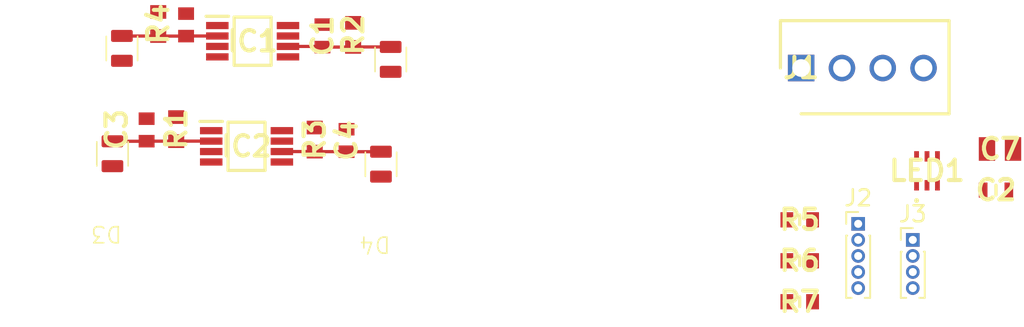
<source format=kicad_pcb>
(kicad_pcb (version 20241229) (generator "pcbnew") (generator_version "9.0")
  (layers (0 "F.Cu" signal) (2 "B.Cu" signal) (13 "F.Paste" user) (15 "B.Paste" user) (5 "F.SilkS" user "F.Silkscreen") (7 "B.SilkS" user "B.Silkscreen") (1 "F.Mask" user) (3 "B.Mask" user) (25 "Edge.Cuts" user))
  (net 0 "")
  (net 2 "Net-(D2-K)")
  (net 3 "Net-(D3-K)")
  (net 4 "Net-(D4-K)")
  (net 5 "Net-(D1-K)")
  (net 6 "/3.3V")
  (net 7 "/Out1B")
  (net 8 "/Out2A")
  (net 9 "/Out2B")
  (net 10 "/Out1A")
  (net 11 "GND")
  (net 12 "Net-(J3-Pin_1)")
  (net 13 "Net-(J3-Pin_4)")
  (net 14 "Net-(J3-Pin_3)")
  (footprint "CUSTOM_LIBRARY:SD019-141-411" (layer "F.Cu") (at 112.025 77.145 180)
    (property "Reference" "D1" (hide yes))
    (property "Value" "SD019-141-411" (hide yes))
    (fp_line (start 0.597046 5.241684) (end 0.597046 3.741684) (stroke (width 0.1)) (layer "F.SilkS"))
    (fp_line (start -1.352148 3.741684) (end -1.352148 5.241684) (stroke (width 0.1)) (layer "F.SilkS"))
    (pad "1" smd roundrect (at -0.375 3.725 180) (size 1.35 0.75) (layers "F.Cu" "F.Mask" "F.Paste" "Eco1.User") (roundrect_rratio 0.15) (net 11 "GND"))
    (pad "2" smd roundrect (at -0.374999 5.274998 180) (size 1.349998 0.749996) (layers "F.Cu" "F.Mask" "F.Paste") (roundrect_rratio 0.15) (net 5 "Net-(D1-K)"))
  )
  (footprint "CUSTOM_LIBRARY:SD019-141-411" (layer "F.Cu") (at 128.757858 77.831074 180)
    (property "Reference" "D2" (hide yes))
    (property "Value" "SD019-141-411" (hide yes))
    (fp_line (start 0.597046 5.241684) (end 0.597046 3.741684) (stroke (width 0.1)) (layer "F.SilkS"))
    (fp_line (start -1.352148 3.741684) (end -1.352148 5.241684) (stroke (width 0.1)) (layer "F.SilkS"))
    (pad "1" smd roundrect (at -0.375 3.725 180) (size 1.35 0.75) (layers "F.Cu" "F.Mask" "F.Paste" "Eco1.User") (roundrect_rratio 0.15) (net 11 "GND"))
    (pad "2" smd roundrect (at -0.374999 5.274998 180) (size 1.349998 0.749996) (layers "F.Cu" "F.Mask" "F.Paste") (roundrect_rratio 0.15) (net 2 "Net-(D2-K)"))
  )
  (footprint "CUSTOM_LIBRARY:SOP65P490X110-8N" (layer "F.Cu") (at 120.16 78.745)
    (property "Reference" "IC2" (at 0 0 0) (layer "F.SilkS") (effects (font (size 1.27 1.27) (thickness 0.254))))
    (property "Value" "MCP6002-E_MS" (hide yes))
    (fp_line (start -2.9 -1.55) (end -1.5 -1.55) (stroke (width 0.2)) (layer "F.SilkS"))
    (fp_line (start -1.15 -1.5) (end 1.15 -1.5) (stroke (width 0.2)) (layer "F.SilkS"))
    (fp_line (start -1.15 1.5) (end -1.15 -1.5) (stroke (width 0.2)) (layer "F.SilkS"))
    (fp_line (start 1.15 -1.5) (end 1.15 1.5) (stroke (width 0.2)) (layer "F.SilkS"))
    (fp_line (start 1.15 1.5) (end -1.15 1.5) (stroke (width 0.2)) (layer "F.SilkS"))
    (pad "1" smd rect (at -2.2 -0.975 90) (size 0.45 1.4) (layers "F.Cu" "F.Mask" "F.Paste") (net 8 "/Out2A"))
    (pad "2" smd rect (at -2.2 -0.325 90) (size 0.45 1.4) (layers "F.Cu" "F.Mask" "F.Paste") (net 3 "Net-(D3-K)"))
    (pad "3" smd rect (at -2.2 0.325 90) (size 0.45 1.4) (layers "F.Cu" "F.Mask" "F.Paste") (net 11 "GND"))
    (pad "4" smd rect (at -2.2 0.975 90) (size 0.45 1.4) (layers "F.Cu" "F.Mask" "F.Paste") (net 11 "GND"))
    (pad "5" smd rect (at 2.2 0.975 90) (size 0.45 1.4) (layers "F.Cu" "F.Mask" "F.Paste") (net 11 "GND"))
    (pad "6" smd rect (at 2.2 0.325 90) (size 0.45 1.4) (layers "F.Cu" "F.Mask" "F.Paste") (net 4 "Net-(D4-K)"))
    (pad "7" smd rect (at 2.2 -0.325 90) (size 0.45 1.4) (layers "F.Cu" "F.Mask" "F.Paste") (net 9 "/Out2B"))
    (pad "8" smd rect (at 2.2 -0.975 90) (size 0.45 1.4) (layers "F.Cu" "F.Mask" "F.Paste") (net 6 "/3.3V"))
  )
  (footprint "CUSTOM_LIBRARY:RESC1608X55N" (layer "F.Cu") (at 154.6 83.32)
    (property "Reference" "R5" (at 0 0 0) (layer "F.SilkS") (effects (font (size 1.27 1.27) (thickness 0.254))))
    (property "Value" "RC0603JR-0710KL" (hide yes))
    (fp_line (start 0 -0.3) (end 0 0.3) (stroke (width 0.2)) (layer "F.SilkS"))
    (pad "1" smd rect (at -0.8 0) (size 0.8 0.95) (layers "F.Cu" "F.Mask" "F.Paste") (net 12 "Net-(J3-Pin_1)"))
    (pad "2" smd rect (at 0.8 0) (size 0.8 0.95) (layers "F.Cu" "F.Mask" "F.Paste") (net 6 "/3.3V"))
  )
  (footprint "CUSTOM_LIBRARY:CAPC1608X90N" (layer "F.Cu") (at 116.395634 71.181629 -90)
    (property "Reference" "C8" (hide yes))
    (property "Value" "06031A151JAT2A" (hide yes))
    (pad "1" smd rect (at -0.7 0 270) (size 0.78 0.99) (layers "F.Cu" "F.Mask" "F.Paste") (net 10 "/Out1A"))
    (pad "2" smd rect (at 0.7 0 270) (size 0.78 0.99) (layers "F.Cu" "F.Mask" "F.Paste") (net 5 "Net-(D1-K)"))
  )
  (footprint "CUSTOM_LIBRARY:SHDR4W64P0X254_1X4_1020X580X1175P" (layer "F.Cu") (at 154.69 73.87)
    (property "Reference" "J1" (at 0 0 0) (layer "F.SilkS") (effects (font (size 1.27 1.27) (thickness 0.254))))
    (property "Value" "Conn_01x02" (hide yes))
    (fp_line (start -1.29 -2.95) (end -1.29 0) (stroke (width 0.2)) (layer "F.SilkS"))
    (fp_line (start 0 2.85) (end 9.21 2.85) (stroke (width 0.2)) (layer "F.SilkS"))
    (fp_line (start 9.21 -2.95) (end -1.29 -2.95) (stroke (width 0.2)) (layer "F.SilkS"))
    (fp_line (start 9.21 2.85) (end 9.21 -2.95) (stroke (width 0.2)) (layer "F.SilkS"))
    (pad "1" thru_hole rect (at 0 0) (size 1.65 1.65) (drill 1.1) (layers "*.Cu" "*.Mask") (net 11 "GND"))
    (pad "2" thru_hole circle (at 2.54 0) (size 1.65 1.65) (drill 1.1) (layers "*.Cu" "*.Mask") (net 6 "/3.3V"))
    (pad "3" thru_hole circle (at 5.08 0) (size 1.65 1.65) (drill 1.1) (layers "*.Cu" "*.Mask"))
    (pad "4" thru_hole circle (at 7.62 0) (size 1.65 1.65) (drill 1.1) (layers "*.Cu" "*.Mask"))
  )
  (footprint "CUSTOM_LIBRARY:CAPC1608X90N" (layer "F.Cu") (at 113.938538 77.723423 -90)
    (property "Reference" "C3" (at -0.03 1.87 90) (layer "F.SilkS") (effects (font (size 1.27 1.27) (thickness 0.254))))
    (property "Value" "06031A151JAT2A" (hide yes))
    (pad "1" smd rect (at -0.7 0 270) (size 0.78 0.99) (layers "F.Cu" "F.Mask" "F.Paste") (net 8 "/Out2A"))
    (pad "2" smd rect (at 0.7 0 270) (size 0.78 0.99) (layers "F.Cu" "F.Mask" "F.Paste") (net 3 "Net-(D3-K)"))
  )
  (footprint "CUSTOM_LIBRARY:RESC1608X55N" (layer "F.Cu") (at 154.6 85.87)
    (property "Reference" "R6" (at 0 0 0) (layer "F.SilkS") (effects (font (size 1.27 1.27) (thickness 0.254))))
    (property "Value" "RC0603JR-0710KL" (hide yes))
    (fp_line (start 0 -0.3) (end 0 0.3) (stroke (width 0.2)) (layer "F.SilkS"))
    (pad "1" smd rect (at -0.8 0) (size 0.8 0.95) (layers "F.Cu" "F.Mask" "F.Paste") (net 14 "Net-(J3-Pin_3)"))
    (pad "2" smd rect (at 0.8 0) (size 0.8 0.95) (layers "F.Cu" "F.Mask" "F.Paste") (net 6 "/3.3V"))
  )
  (footprint "CUSTOM_LIBRARY:RESC1608X55N" (layer "F.Cu") (at 154.6 88.42)
    (property "Reference" "R7" (at 0 0 0) (layer "F.SilkS") (effects (font (size 1.27 1.27) (thickness 0.254))))
    (property "Value" "RC0603JR-0710KL" (hide yes))
    (fp_line (start 0 -0.3) (end 0 0.3) (stroke (width 0.2)) (layer "F.SilkS"))
    (pad "1" smd rect (at -0.8 0) (size 0.8 0.95) (layers "F.Cu" "F.Mask" "F.Paste") (net 13 "Net-(J3-Pin_4)"))
    (pad "2" smd rect (at 0.8 0) (size 0.8 0.95) (layers "F.Cu" "F.Mask" "F.Paste") (net 6 "/3.3V"))
  )
  (footprint "CUSTOM_LIBRARY:RESC1608X50N" (layer "F.Cu") (at 124.403957 78.324159 90)
    (property "Reference" "R3" (at 0 0 90) (layer "F.SilkS") (effects (font (size 1.27 1.27) (thickness 0.254))))
    (property "Value" "CRCW0603100KFKEA" (hide yes))
    (pad "1" smd rect (at -0.75 0 90) (size 0.85 1) (layers "F.Cu" "F.Mask" "F.Paste") (net 4 "Net-(D4-K)"))
    (pad "2" smd rect (at 0.75 0 90) (size 0.85 1) (layers "F.Cu" "F.Mask" "F.Paste") (net 9 "/Out2B"))
  )
  (footprint "CUSTOM_LIBRARY:SOP65P490X110-8N" (layer "F.Cu") (at 120.54 72.2)
    (property "Reference" "IC1" (at 0 0 0) (layer "F.SilkS") (effects (font (size 1.27 1.27) (thickness 0.254))))
    (property "Value" "MCP6002-E_MS" (hide yes))
    (fp_line (start -2.9 -1.55) (end -1.5 -1.55) (stroke (width 0.2)) (layer "F.SilkS"))
    (fp_line (start -1.15 -1.5) (end 1.15 -1.5) (stroke (width 0.2)) (layer "F.SilkS"))
    (fp_line (start -1.15 1.5) (end -1.15 -1.5) (stroke (width 0.2)) (layer "F.SilkS"))
    (fp_line (start 1.15 -1.5) (end 1.15 1.5) (stroke (width 0.2)) (layer "F.SilkS"))
    (fp_line (start 1.15 1.5) (end -1.15 1.5) (stroke (width 0.2)) (layer "F.SilkS"))
    (pad "1" smd rect (at -2.2 -0.975 90) (size 0.45 1.4) (layers "F.Cu" "F.Mask" "F.Paste") (net 10 "/Out1A"))
    (pad "2" smd rect (at -2.2 -0.325 90) (size 0.45 1.4) (layers "F.Cu" "F.Mask" "F.Paste") (net 5 "Net-(D1-K)"))
    (pad "3" smd rect (at -2.2 0.325 90) (size 0.45 1.4) (layers "F.Cu" "F.Mask" "F.Paste") (net 11 "GND"))
    (pad "4" smd rect (at -2.2 0.975 90) (size 0.45 1.4) (layers "F.Cu" "F.Mask" "F.Paste") (net 11 "GND"))
    (pad "5" smd rect (at 2.2 0.975 90) (size 0.45 1.4) (layers "F.Cu" "F.Mask" "F.Paste") (net 11 "GND"))
    (pad "6" smd rect (at 2.2 0.325 90) (size 0.45 1.4) (layers "F.Cu" "F.Mask" "F.Paste") (net 2 "Net-(D2-K)"))
    (pad "7" smd rect (at 2.2 -0.325 90) (size 0.45 1.4) (layers "F.Cu" "F.Mask" "F.Paste") (net 7 "/Out1B"))
    (pad "8" smd rect (at 2.2 -0.975 90) (size 0.45 1.4) (layers "F.Cu" "F.Mask" "F.Paste") (net 6 "/3.3V"))
  )
  (footprint "CUSTOM_LIBRARY:SD019-141-411" (layer "F.Cu") (at 111.435001 83.704998 180)
    (property "Reference" "D3" (at 0 -0.5 180) (layer "F.SilkS") (effects (font (thickness 0.1))))
    (property "Value" "SD019-141-411")
    (fp_line (start 0.597046 5.241684) (end 0.597046 3.741684) (stroke (width 0.1)) (layer "F.SilkS"))
    (fp_line (start -1.352148 3.741684) (end -1.352148 5.241684) (stroke (width 0.1)) (layer "F.SilkS"))
    (pad "1" smd roundrect (at -0.375 3.725 180) (size 1.35 0.75) (layers "F.Cu" "F.Mask" "F.Paste" "Eco1.User") (roundrect_rratio 0.15) (net 11 "GND"))
    (pad "2" smd roundrect (at -0.374999 5.274998 180) (size 1.349998 0.749996) (layers "F.Cu" "F.Mask" "F.Paste") (roundrect_rratio 0.15) (net 3 "Net-(D3-K)"))
  )
  (footprint "CUSTOM_LIBRARY:CAPC1608X80N" (layer "F.Cu") (at 166.82 81.47)
    (property "Reference" "C2" (at 0 0 0) (layer "F.SilkS") (effects (font (size 1.27 1.27) (thickness 0.254))))
    (property "Value" "C1608X5R1E475K080AC" (hide yes))
    (fp_line (start 0 -0.3) (end 0 0.3) (stroke (width 0.2)) (layer "F.SilkS"))
    (pad "1" smd rect (at -0.8 0) (size 0.54 0.94) (layers "F.Cu" "F.Mask" "F.Paste") (net 6 "/3.3V"))
    (pad "2" smd rect (at 0.8 0) (size 0.54 0.94) (layers "F.Cu" "F.Mask" "F.Paste") (net 11 "GND"))
  )
  (footprint "CUSTOM_LIBRARY:CAPC2012X94N" (layer "F.Cu") (at 167.07 78.91)
    (property "Reference" "C7" (at 0 0 0) (layer "F.SilkS") (effects (font (size 1.27 1.27) (thickness 0.254))))
    (property "Value" "KAM21BR71H104JM" (hide yes))
    (pad "1" smd rect (at -0.81 0) (size 1.02 1.47) (layers "F.Cu" "F.Mask" "F.Paste") (net 6 "/3.3V"))
    (pad "2" smd rect (at 0.81 0) (size 1.02 1.47) (layers "F.Cu" "F.Mask" "F.Paste") (net 11 "GND"))
  )
  (footprint "Connector_PinHeader_1.00mm:PinHeader_1x05_P1.00mm_Vertical" (layer "F.Cu") (at 158.24 83.57)
    (property "Reference" "J2" (at 0 -1.61 0) (layer "F.SilkS"))
    (property "Value" "Conn_01x05")
    (fp_line (start -0.745 -0.735) (end 0 -0.735) (stroke (width 0.12)) (layer "F.SilkS"))
    (fp_line (start -0.745 0) (end -0.745 -0.735) (stroke (width 0.12)) (layer "F.SilkS"))
    (fp_line (start -0.745 0.735) (end -0.745 4.61) (stroke (width 0.12)) (layer "F.SilkS"))
    (fp_line (start -0.745 0.735) (end -0.685565 0.735) (stroke (width 0.12)) (layer "F.SilkS"))
    (fp_line (start -0.745 4.61) (end -0.41003 4.61) (stroke (width 0.12)) (layer "F.SilkS"))
    (fp_line (start 0.41003 4.61) (end 0.745 4.61) (stroke (width 0.12)) (layer "F.SilkS"))
    (fp_line (start 0.685565 0.735) (end 0.745 0.735) (stroke (width 0.12)) (layer "F.SilkS"))
    (fp_line (start 0.745 0.735) (end 0.745 4.61) (stroke (width 0.12)) (layer "F.SilkS"))
    (pad "1" thru_hole rect (at 0 0) (size 0.85 0.85) (drill 0.5) (layers "*.Cu" "*.Mask") (net 11 "GND"))
    (pad "2" thru_hole circle (at 0 1) (size 0.85 0.85) (drill 0.5) (layers "*.Cu" "*.Mask") (net 10 "/Out1A"))
    (pad "3" thru_hole circle (at 0 2) (size 0.85 0.85) (drill 0.5) (layers "*.Cu" "*.Mask") (net 7 "/Out1B"))
    (pad "4" thru_hole circle (at 0 3) (size 0.85 0.85) (drill 0.5) (layers "*.Cu" "*.Mask") (net 8 "/Out2A"))
    (pad "5" thru_hole circle (at 0 4) (size 0.85 0.85) (drill 0.5) (layers "*.Cu" "*.Mask") (net 9 "/Out2B"))
  )
  (footprint "CUSTOM_LIBRARY:LTR390UV01" (layer "F.Cu") (at 162.525 80.27)
    (property "Reference" "LED1" (at 0 0 0) (layer "F.SilkS") (effects (font (size 1.27 1.27) (thickness 0.254))))
    (property "Value" "LTR-390UV-01" (hide yes))
    (fp_line (start -0.65 1.8) (end -0.65 1.8) (stroke (width 0.2)) (layer "F.SilkS"))
    (fp_line (start -0.65 1.9) (end -0.65 1.9) (stroke (width 0.2)) (layer "F.SilkS"))
    (fp_line (start -0.65 1.9) (end -0.65 1.9) (stroke (width 0.2)) (layer "F.SilkS"))
    (fp_arc (start -0.65 1.8) (mid -0.6 1.85) (end -0.65 1.9) (stroke (width 0.2)) (layer "F.SilkS"))
    (fp_arc (start -0.65 1.8) (mid -0.6 1.85) (end -0.65 1.9) (stroke (width 0.2)) (layer "F.SilkS"))
    (fp_arc (start -0.65 1.9) (mid -0.7 1.85) (end -0.65 1.8) (stroke (width 0.2)) (layer "F.SilkS"))
    (pad "1" smd rect (at -0.65 0.9) (size 0.3 0.65) (layers "F.Cu" "F.Mask" "F.Paste") (net 6 "/3.3V"))
    (pad "2" smd rect (at 0 0.9) (size 0.3 0.65) (layers "F.Cu" "F.Mask" "F.Paste"))
    (pad "3" smd rect (at 0.65 0.9) (size 0.3 0.65) (layers "F.Cu" "F.Mask" "F.Paste") (net 11 "GND"))
    (pad "4" smd rect (at 0.65 -0.9) (size 0.3 0.65) (layers "F.Cu" "F.Mask" "F.Paste") (net 13 "Net-(J3-Pin_4)"))
    (pad "5" smd rect (at 0 -0.9) (size 0.3 0.65) (layers "F.Cu" "F.Mask" "F.Paste") (net 14 "Net-(J3-Pin_3)"))
    (pad "6" smd rect (at -0.65 -0.9) (size 0.3 0.65) (layers "F.Cu" "F.Mask" "F.Paste") (net 12 "Net-(J3-Pin_1)"))
  )
  (footprint "CUSTOM_LIBRARY:CAPC1608X90N" (layer "F.Cu") (at 124.885166 71.865875 90)
    (property "Reference" "C1" (at 0 0 90) (layer "F.SilkS") (effects (font (size 1.27 1.27) (thickness 0.254))))
    (property "Value" "06031A151JAT2A" (hide yes))
    (pad "1" smd rect (at -0.7 0 90) (size 0.78 0.99) (layers "F.Cu" "F.Mask" "F.Paste") (net 2 "Net-(D2-K)"))
    (pad "2" smd rect (at 0.7 0 90) (size 0.78 0.99) (layers "F.Cu" "F.Mask" "F.Paste") (net 7 "/Out1B"))
  )
  (footprint "CUSTOM_LIBRARY:RESC1608X50N" (layer "F.Cu") (at 126.795892 71.806076 90)
    (property "Reference" "R2" (at 0 0 90) (layer "F.SilkS") (effects (font (size 1.27 1.27) (thickness 0.254))))
    (property "Value" "CRCW0603100KFKEA" (hide yes))
    (pad "1" smd rect (at -0.75 0 90) (size 0.85 1) (layers "F.Cu" "F.Mask" "F.Paste") (net 2 "Net-(D2-K)"))
    (pad "2" smd rect (at 0.75 0 90) (size 0.85 1) (layers "F.Cu" "F.Mask" "F.Paste") (net 7 "/Out1B"))
  )
  (footprint "CUSTOM_LIBRARY:SD019-141-411" (layer "F.Cu") (at 128.153249 84.355172 180)
    (property "Reference" "D4" (at 0 -0.5 180) (layer "F.SilkS") (effects (font (thickness 0.1))))
    (property "Value" "WP7113PD1BT/BD-P22")
    (fp_line (start 0.597046 5.241684) (end 0.597046 3.741684) (stroke (width 0.1)) (layer "F.SilkS"))
    (fp_line (start -1.352148 3.741684) (end -1.352148 5.241684) (stroke (width 0.1)) (layer "F.SilkS"))
    (pad "1" smd roundrect (at -0.375 3.725 180) (size 1.35 0.75) (layers "F.Cu" "F.Mask" "F.Paste" "Eco1.User") (roundrect_rratio 0.15) (net 11 "GND"))
    (pad "2" smd roundrect (at -0.374999 5.274998 180) (size 1.349998 0.749996) (layers "F.Cu" "F.Mask" "F.Paste") (roundrect_rratio 0.15) (net 4 "Net-(D4-K)"))
  )
  (footprint "CUSTOM_LIBRARY:RESC1608X50N" (layer "F.Cu") (at 114.661283 71.127929 -90)
    (property "Reference" "R4" (at 0 0 90) (layer "F.SilkS") (effects (font (size 1.27 1.27) (thickness 0.254))))
    (property "Value" "CRCW0603100KFKEA" (hide yes))
    (pad "1" smd rect (at -0.75 0 270) (size 0.85 1) (layers "F.Cu" "F.Mask" "F.Paste") (net 10 "/Out1A"))
    (pad "2" smd rect (at 0.75 0 270) (size 0.85 1) (layers "F.Cu" "F.Mask" "F.Paste") (net 5 "Net-(D1-K)"))
  )
  (footprint "CUSTOM_LIBRARY:RESC1608X50N" (layer "F.Cu") (at 115.780674 77.673423 -90)
    (property "Reference" "R1" (at 0 0 90) (layer "F.SilkS") (effects (font (size 1.27 1.27) (thickness 0.254))))
    (property "Value" "CRCW0603100KFKEA" (hide yes))
    (pad "1" smd rect (at -0.75 0 270) (size 0.85 1) (layers "F.Cu" "F.Mask" "F.Paste") (net 8 "/Out2A"))
    (pad "2" smd rect (at 0.75 0 270) (size 0.85 1) (layers "F.Cu" "F.Mask" "F.Paste") (net 3 "Net-(D3-K)"))
  )
  (footprint "Connector_PinHeader_1.00mm:PinHeader_1x04_P1.00mm_Vertical" (layer "F.Cu") (at 161.64 84.57)
    (property "Reference" "J3" (at 0 -1.61 0) (layer "F.SilkS"))
    (property "Value" "Conn_01x04")
    (fp_line (start -0.745 -0.735) (end 0 -0.735) (stroke (width 0.12)) (layer "F.SilkS"))
    (fp_line (start -0.745 0) (end -0.745 -0.735) (stroke (width 0.12)) (layer "F.SilkS"))
    (fp_line (start -0.745 0.735) (end -0.745 3.61) (stroke (width 0.12)) (layer "F.SilkS"))
    (fp_line (start -0.745 0.735) (end -0.685565 0.735) (stroke (width 0.12)) (layer "F.SilkS"))
    (fp_line (start -0.745 3.61) (end -0.41003 3.61) (stroke (width 0.12)) (layer "F.SilkS"))
    (fp_line (start 0.41003 3.61) (end 0.745 3.61) (stroke (width 0.12)) (layer "F.SilkS"))
    (fp_line (start 0.685565 0.735) (end 0.745 0.735) (stroke (width 0.12)) (layer "F.SilkS"))
    (fp_line (start 0.745 0.735) (end 0.745 3.61) (stroke (width 0.12)) (layer "F.SilkS"))
    (pad "1" thru_hole rect (at 0 0) (size 0.85 0.85) (drill 0.5) (layers "*.Cu" "*.Mask") (net 12 "Net-(J3-Pin_1)"))
    (pad "2" thru_hole circle (at 0 1) (size 0.85 0.85) (drill 0.5) (layers "*.Cu" "*.Mask") (net 11 "GND"))
    (pad "3" thru_hole circle (at 0 2) (size 0.85 0.85) (drill 0.5) (layers "*.Cu" "*.Mask") (net 14 "Net-(J3-Pin_3)"))
    (pad "4" thru_hole circle (at 0 3) (size 0.85 0.85) (drill 0.5) (layers "*.Cu" "*.Mask") (net 13 "Net-(J3-Pin_4)"))
  )
  (footprint "CUSTOM_LIBRARY:CAPC1608X90N" (layer "F.Cu") (at 126.385621 78.380174 90)
    (property "Reference" "C4" (at 0 0 90) (layer "F.SilkS") (effects (font (size 1.27 1.27) (thickness 0.254))))
    (property "Value" "06031A151JAT2A" (hide yes))
    (pad "1" smd rect (at -0.7 0 90) (size 0.78 0.99) (layers "F.Cu" "F.Mask" "F.Paste") (net 4 "Net-(D4-K)"))
    (pad "2" smd rect (at 0.7 0 90) (size 0.78 0.99) (layers "F.Cu" "F.Mask" "F.Paste") (net 9 "/Out2B"))
  )
  (segment (start 126.786093 72.565875) (end 126.795892 72.556076) (width 0.2) (layer "F.Cu") (net 2))
  (segment (start 122.74 72.525) (end 124.844291 72.525) (width 0.2) (layer "F.Cu") (net 2))
  (segment (start 122.76 72.545) (end 122.74 72.525) (width 0.2) (layer "F.Cu") (net 2))
  (segment (start 124.885166 72.565875) (end 126.786093 72.565875) (width 0.2) (layer "F.Cu") (net 2))
  (segment (start 124.844291 72.525) (end 124.885166 72.565875) (width 0.2) (layer "F.Cu") (net 2))
  (segment (start 126.795892 72.556076) (end 129.132857 72.556076) (width 0.2) (layer "F.Cu") (net 2))
  (segment (start 117.96 78.42) (end 115.784097 78.42) (width 0.2) (layer "F.Cu") (net 3))
  (segment (start 111.81 78.43) (end 113.931961 78.43) (width 0.2) (layer "F.Cu") (net 3))
  (segment (start 115.784097 78.42) (end 115.780674 78.423423) (width 0.2) (layer "F.Cu") (net 3))
  (segment (start 113.931961 78.43) (end 113.938538 78.423423) (width 0.2) (layer "F.Cu") (net 3))
  (segment (start 115.780674 78.423423) (end 113.938538 78.423423) (width 0.2) (layer "F.Cu") (net 3))
  (segment (start 124.403957 79.074159) (end 126.379606 79.074159) (width 0.2) (layer "F.Cu") (net 4))
  (segment (start 126.379606 79.074159) (end 126.385621 79.080174) (width 0.2) (layer "F.Cu") (net 4))
  (segment (start 124.399798 79.07) (end 124.403957 79.074159) (width 0.2) (layer "F.Cu") (net 4))
  (segment (start 126.385621 79.080174) (end 128.528248 79.080174) (width 0.2) (layer "F.Cu") (net 4))
  (segment (start 122.36 79.07) (end 124.399798 79.07) (width 0.2) (layer "F.Cu") (net 4))
  (segment (start 114.661283 71.877929) (end 112.407926 71.877929) (width 0.2) (layer "F.Cu") (net 5))
  (segment (start 116.402263 71.875) (end 116.395634 71.881629) (width 0.2) (layer "F.Cu") (net 5))
  (segment (start 112.407926 71.877929) (end 112.399999 71.870002) (width 0.2) (layer "F.Cu") (net 5))
  (segment (start 116.395634 71.881629) (end 114.664983 71.881629) (width 0.2) (layer "F.Cu") (net 5))
  (segment (start 118.34 71.875) (end 116.402263 71.875) (width 0.2) (layer "F.Cu") (net 5))
  (segment (start 114.664983 71.881629) (end 114.661283 71.877929) (width 0.2) (layer "F.Cu") (net 5))
  (segment (start 122.77 71.845) (end 122.74 71.875) (width 0.2) (layer "F.Cu") (net 7))
)
</source>
